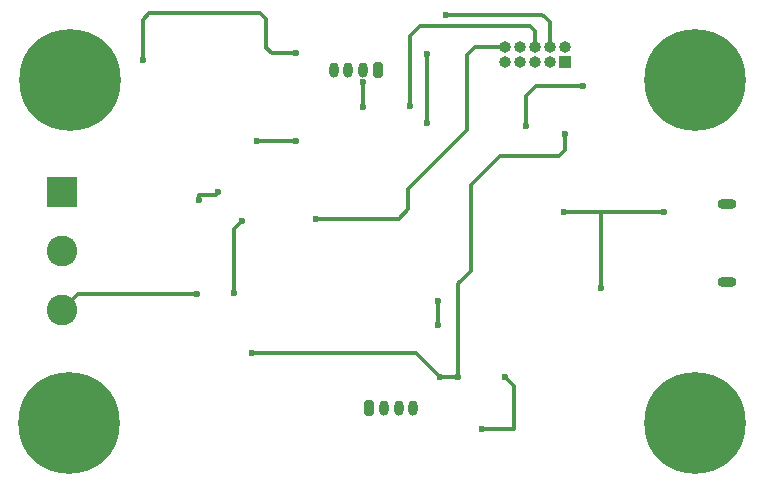
<source format=gbr>
%TF.GenerationSoftware,KiCad,Pcbnew,8.0.4*%
%TF.CreationDate,2024-07-31T13:10:52-04:00*%
%TF.ProjectId,STM32F405RGT6,53544d33-3246-4343-9035-524754362e6b,rev?*%
%TF.SameCoordinates,Original*%
%TF.FileFunction,Copper,L2,Bot*%
%TF.FilePolarity,Positive*%
%FSLAX46Y46*%
G04 Gerber Fmt 4.6, Leading zero omitted, Abs format (unit mm)*
G04 Created by KiCad (PCBNEW 8.0.4) date 2024-07-31 13:10:52*
%MOMM*%
%LPD*%
G01*
G04 APERTURE LIST*
G04 Aperture macros list*
%AMRoundRect*
0 Rectangle with rounded corners*
0 $1 Rounding radius*
0 $2 $3 $4 $5 $6 $7 $8 $9 X,Y pos of 4 corners*
0 Add a 4 corners polygon primitive as box body*
4,1,4,$2,$3,$4,$5,$6,$7,$8,$9,$2,$3,0*
0 Add four circle primitives for the rounded corners*
1,1,$1+$1,$2,$3*
1,1,$1+$1,$4,$5*
1,1,$1+$1,$6,$7*
1,1,$1+$1,$8,$9*
0 Add four rect primitives between the rounded corners*
20,1,$1+$1,$2,$3,$4,$5,0*
20,1,$1+$1,$4,$5,$6,$7,0*
20,1,$1+$1,$6,$7,$8,$9,0*
20,1,$1+$1,$8,$9,$2,$3,0*%
G04 Aperture macros list end*
%TA.AperFunction,ComponentPad*%
%ADD10O,1.600000X0.900000*%
%TD*%
%TA.AperFunction,ComponentPad*%
%ADD11RoundRect,0.200000X-0.200000X-0.450000X0.200000X-0.450000X0.200000X0.450000X-0.200000X0.450000X0*%
%TD*%
%TA.AperFunction,ComponentPad*%
%ADD12O,0.800000X1.300000*%
%TD*%
%TA.AperFunction,ComponentPad*%
%ADD13RoundRect,0.200000X0.200000X0.450000X-0.200000X0.450000X-0.200000X-0.450000X0.200000X-0.450000X0*%
%TD*%
%TA.AperFunction,ComponentPad*%
%ADD14R,1.000000X1.000000*%
%TD*%
%TA.AperFunction,ComponentPad*%
%ADD15O,1.000000X1.000000*%
%TD*%
%TA.AperFunction,ComponentPad*%
%ADD16R,2.600000X2.600000*%
%TD*%
%TA.AperFunction,ComponentPad*%
%ADD17C,2.600000*%
%TD*%
%TA.AperFunction,ComponentPad*%
%ADD18C,0.900000*%
%TD*%
%TA.AperFunction,ComponentPad*%
%ADD19C,8.600000*%
%TD*%
%TA.AperFunction,ViaPad*%
%ADD20C,0.600000*%
%TD*%
%TA.AperFunction,Conductor*%
%ADD21C,0.300000*%
%TD*%
G04 APERTURE END LIST*
D10*
%TO.P,J5,6,Shield*%
%TO.N,unconnected-(J5-Shield-Pad6)_1*%
X133450000Y-93600000D03*
%TO.N,unconnected-(J5-Shield-Pad6)_3*%
X133450000Y-87000000D03*
%TD*%
D11*
%TO.P,J4,1,Pin_1*%
%TO.N,+3.3V*%
X103125000Y-104300000D03*
D12*
%TO.P,J4,2,Pin_2*%
%TO.N,USART3_TX*%
X104375000Y-104300000D03*
%TO.P,J4,3,Pin_3*%
%TO.N,USART3_RX*%
X105625000Y-104300000D03*
%TO.P,J4,4,Pin_4*%
%TO.N,GND*%
X106875000Y-104300000D03*
%TD*%
D13*
%TO.P,J3,1,Pin_1*%
%TO.N,+3.3V*%
X103875000Y-75700000D03*
D12*
%TO.P,J3,2,Pin_2*%
%TO.N,I2C1_SCL*%
X102625000Y-75700000D03*
%TO.P,J3,3,Pin_3*%
%TO.N,I2C1_SDA*%
X101375000Y-75700000D03*
%TO.P,J3,4,Pin_4*%
%TO.N,GND*%
X100125000Y-75700000D03*
%TD*%
D14*
%TO.P,J2,1,Pin_1*%
%TO.N,+3.3VA*%
X119680000Y-75000000D03*
D15*
%TO.P,J2,2,Pin_2*%
%TO.N,Net-(J2-Pin_2)*%
X119680000Y-73730000D03*
%TO.P,J2,3,Pin_3*%
%TO.N,GND*%
X118410000Y-75000000D03*
%TO.P,J2,4,Pin_4*%
%TO.N,SWCLK*%
X118410000Y-73730000D03*
%TO.P,J2,5,Pin_5*%
%TO.N,GND*%
X117140000Y-75000000D03*
%TO.P,J2,6,Pin_6*%
%TO.N,SWO*%
X117140000Y-73730000D03*
%TO.P,J2,7,Pin_7*%
%TO.N,unconnected-(J2-Pin_7-Pad7)*%
X115870000Y-75000000D03*
%TO.P,J2,8,Pin_8*%
%TO.N,unconnected-(J2-Pin_8-Pad8)*%
X115870000Y-73730000D03*
%TO.P,J2,9,Pin_9*%
%TO.N,GND*%
X114600000Y-75000000D03*
%TO.P,J2,10,Pin_10*%
%TO.N,NRST*%
X114600000Y-73730000D03*
%TD*%
D16*
%TO.P,J1,1,Pin_1*%
%TO.N,+3.3V*%
X77100000Y-86000000D03*
D17*
%TO.P,J1,2,Pin_2*%
%TO.N,+3.3VA*%
X77100000Y-91000000D03*
%TO.P,J1,3,Pin_3*%
%TO.N,GND*%
X77100000Y-96000000D03*
%TD*%
D18*
%TO.P,H4,1,1*%
%TO.N,GND*%
X74494581Y-105530419D03*
X75439162Y-103250000D03*
X75439162Y-107810838D03*
X77719581Y-102305419D03*
D19*
X77719581Y-105530419D03*
D18*
X77719581Y-108755419D03*
X80000000Y-103250000D03*
X80000000Y-107810838D03*
X80944581Y-105530419D03*
%TD*%
%TO.P,H3,1,1*%
%TO.N,GND*%
X127494581Y-105530419D03*
X128439162Y-103250000D03*
X128439162Y-107810838D03*
X130719581Y-102305419D03*
D19*
X130719581Y-105530419D03*
D18*
X130719581Y-108755419D03*
X133000000Y-103250000D03*
X133000000Y-107810838D03*
X133944581Y-105530419D03*
%TD*%
%TO.P,H2,1,1*%
%TO.N,GND*%
X127525000Y-76500000D03*
X128469581Y-74219581D03*
X128469581Y-78780419D03*
X130750000Y-73275000D03*
D19*
X130750000Y-76500000D03*
D18*
X130750000Y-79725000D03*
X133030419Y-74219581D03*
X133030419Y-78780419D03*
X133975000Y-76500000D03*
%TD*%
%TO.P,H1,1,1*%
%TO.N,GND*%
X74550000Y-76530419D03*
X75494581Y-74250000D03*
X75494581Y-78810838D03*
X77775000Y-73305419D03*
D19*
X77775000Y-76530419D03*
D18*
X77775000Y-79755419D03*
X80055419Y-74250000D03*
X80055419Y-78810838D03*
X81000000Y-76530419D03*
%TD*%
D20*
%TO.N,SWCLK*%
X108025000Y-80125000D03*
X108025000Y-74300000D03*
X109625000Y-70975000D03*
%TO.N,SWO*%
X106575000Y-78725000D03*
%TO.N,+3.3VA*%
X119675000Y-81075000D03*
%TO.N,SWDIO*%
X121250000Y-77050000D03*
X116425000Y-80400000D03*
%TO.N,+3.3VA*%
X93250000Y-99625000D03*
%TO.N,+3.3V*%
X112725000Y-106075000D03*
X114650000Y-101700000D03*
%TO.N,+3.3VA*%
X110625000Y-101700000D03*
X109150000Y-101700000D03*
%TO.N,NRST*%
X98600000Y-88250000D03*
%TO.N,GND*%
X83975000Y-74825000D03*
X96925000Y-74250000D03*
%TO.N,I2C1_SCL*%
X102625000Y-76700000D03*
X102625000Y-78825000D03*
%TO.N,BOOT0*%
X93600000Y-81650000D03*
X96950000Y-81650000D03*
%TO.N,HSE_OUT*%
X92350000Y-88450000D03*
X91675000Y-94575000D03*
%TO.N,GND*%
X90325000Y-86039998D03*
X88700000Y-86700000D03*
X88525000Y-94600000D03*
X122775000Y-94125000D03*
X128125000Y-87675000D03*
X119600000Y-87675000D03*
%TO.N,+3.3V*%
X108950000Y-95200000D03*
X108950000Y-97250000D03*
%TD*%
D21*
%TO.N,SWCLK*%
X108025000Y-74300000D02*
X108025000Y-80125000D01*
X117625000Y-70975000D02*
X109625000Y-70975000D01*
X117800000Y-70975000D02*
X117625000Y-70975000D01*
X118025000Y-71200000D02*
X117800000Y-70975000D01*
X118410000Y-73730000D02*
X118410000Y-71585000D01*
X118410000Y-71585000D02*
X118025000Y-71200000D01*
%TO.N,SWO*%
X117140000Y-72340000D02*
X117140000Y-73730000D01*
X116750000Y-71950000D02*
X117140000Y-72340000D01*
X107425000Y-71950000D02*
X116750000Y-71950000D01*
X106575000Y-72800000D02*
X107425000Y-71950000D01*
X106575000Y-78725000D02*
X106575000Y-72800000D01*
%TO.N,+3.3VA*%
X119675000Y-82475000D02*
X119675000Y-81075000D01*
X119225000Y-82925000D02*
X119675000Y-82475000D01*
X114250000Y-82925000D02*
X119225000Y-82925000D01*
X113700000Y-83475000D02*
X114250000Y-82925000D01*
X111750000Y-85425000D02*
X113700000Y-83475000D01*
X110800000Y-93600000D02*
X111750000Y-92650000D01*
X111750000Y-92650000D02*
X111750000Y-85425000D01*
X110625000Y-93750000D02*
X110775000Y-93600000D01*
X110775000Y-93600000D02*
X110800000Y-93600000D01*
X110625000Y-101700000D02*
X110625000Y-93750000D01*
%TO.N,SWDIO*%
X117225000Y-77050000D02*
X121250000Y-77050000D01*
X116425000Y-77850000D02*
X117225000Y-77050000D01*
X116425000Y-80400000D02*
X116425000Y-77850000D01*
%TO.N,+3.3VA*%
X107075000Y-99625000D02*
X109150000Y-101700000D01*
X93250000Y-99625000D02*
X107075000Y-99625000D01*
%TO.N,+3.3V*%
X115400000Y-102450000D02*
X114650000Y-101700000D01*
X115400000Y-106100000D02*
X115400000Y-102450000D01*
X115375000Y-106075000D02*
X115400000Y-106100000D01*
X112725000Y-106075000D02*
X115375000Y-106075000D01*
%TO.N,+3.3VA*%
X109150000Y-101700000D02*
X110625000Y-101700000D01*
%TO.N,NRST*%
X112095000Y-73730000D02*
X114600000Y-73730000D01*
X111400000Y-74425000D02*
X112095000Y-73730000D01*
X111400000Y-80775000D02*
X111400000Y-74425000D01*
X106450000Y-85725000D02*
X111400000Y-80775000D01*
X106450000Y-87450000D02*
X106450000Y-85725000D01*
X105650000Y-88250000D02*
X106450000Y-87450000D01*
X98600000Y-88250000D02*
X105650000Y-88250000D01*
%TO.N,GND*%
X83975000Y-71400000D02*
X83975000Y-74825000D01*
X93925000Y-70850000D02*
X84525000Y-70850000D01*
X84525000Y-70850000D02*
X83975000Y-71400000D01*
X94400000Y-71325000D02*
X93925000Y-70850000D01*
X94400000Y-73775000D02*
X94400000Y-71325000D01*
X94875000Y-74250000D02*
X94400000Y-73775000D01*
X96925000Y-74250000D02*
X94875000Y-74250000D01*
%TO.N,I2C1_SCL*%
X102625000Y-76700000D02*
X102625000Y-78825000D01*
%TO.N,BOOT0*%
X96950000Y-81650000D02*
X93600000Y-81650000D01*
%TO.N,HSE_OUT*%
X91675000Y-94575000D02*
X91675000Y-89125000D01*
X91675000Y-89125000D02*
X92175000Y-88625000D01*
X92175000Y-88625000D02*
X92350000Y-88450000D01*
%TO.N,GND*%
X90325000Y-86100000D02*
X90325000Y-86039998D01*
X90150000Y-86275000D02*
X90325000Y-86100000D01*
X88700000Y-86275000D02*
X90150000Y-86275000D01*
X88700000Y-86700000D02*
X88700000Y-86275000D01*
X88525000Y-94600000D02*
X78500000Y-94600000D01*
X78500000Y-94600000D02*
X77100000Y-96000000D01*
X122775000Y-87675000D02*
X128125000Y-87675000D01*
X122775000Y-94125000D02*
X122775000Y-87675000D01*
X119600000Y-87675000D02*
X122775000Y-87675000D01*
%TO.N,+3.3V*%
X108950000Y-95200000D02*
X108950000Y-97250000D01*
%TD*%
M02*

</source>
